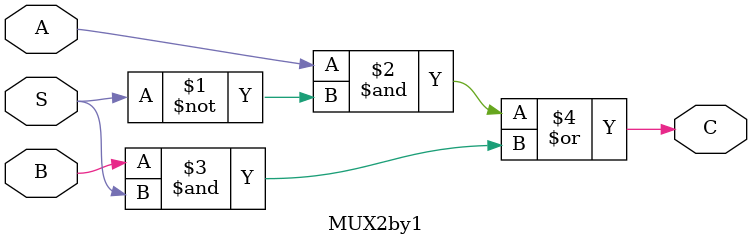
<source format=v>
`timescale 1ns / 1ps

/*******************************************************************
*
* Module: Datapath.v
* Project: Pipelined-RISCV
* Author1: Yahya Abbas.
* Email: yahya-abbas@aucegypt.edu
* Author2: Ali Ghazal.
* Email: AliGhazal@aucegypt.edu
* Author3: Omer Hassan.
* Email: omermosa@aucegypt.edu
* Description: Pipelined RISCV processor with support for RV32IC instructions that map to true 32I instructions
*              and support for the full RV32IM instruction set.
* Change history:
**********************************************************************/

module MUX2by1(
    input A, 
    input B, 
    input S, 
    output C);

assign C = (A&~S)|(B&S);

endmodule

</source>
